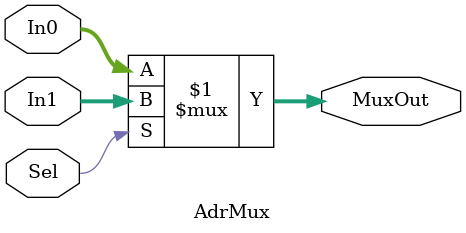
<source format=v>
`timescale 1ns / 1ps
module AdrMux(
    input Sel,
    input [31:0] In0,
    input [31:0] In1,
    output [31:0] MuxOut
    );
    assign MuxOut = Sel ? In1 : In0;
endmodule

</source>
